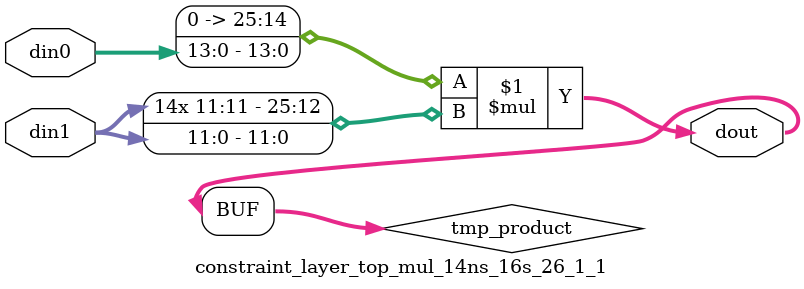
<source format=v>

`timescale 1 ns / 1 ps

 module constraint_layer_top_mul_14ns_16s_26_1_1(din0, din1, dout);
parameter ID = 1;
parameter NUM_STAGE = 0;
parameter din0_WIDTH = 14;
parameter din1_WIDTH = 12;
parameter dout_WIDTH = 26;

input [din0_WIDTH - 1 : 0] din0; 
input [din1_WIDTH - 1 : 0] din1; 
output [dout_WIDTH - 1 : 0] dout;

wire signed [dout_WIDTH - 1 : 0] tmp_product;

























assign tmp_product = $signed({1'b0, din0}) * $signed(din1);










assign dout = tmp_product;





















endmodule

</source>
